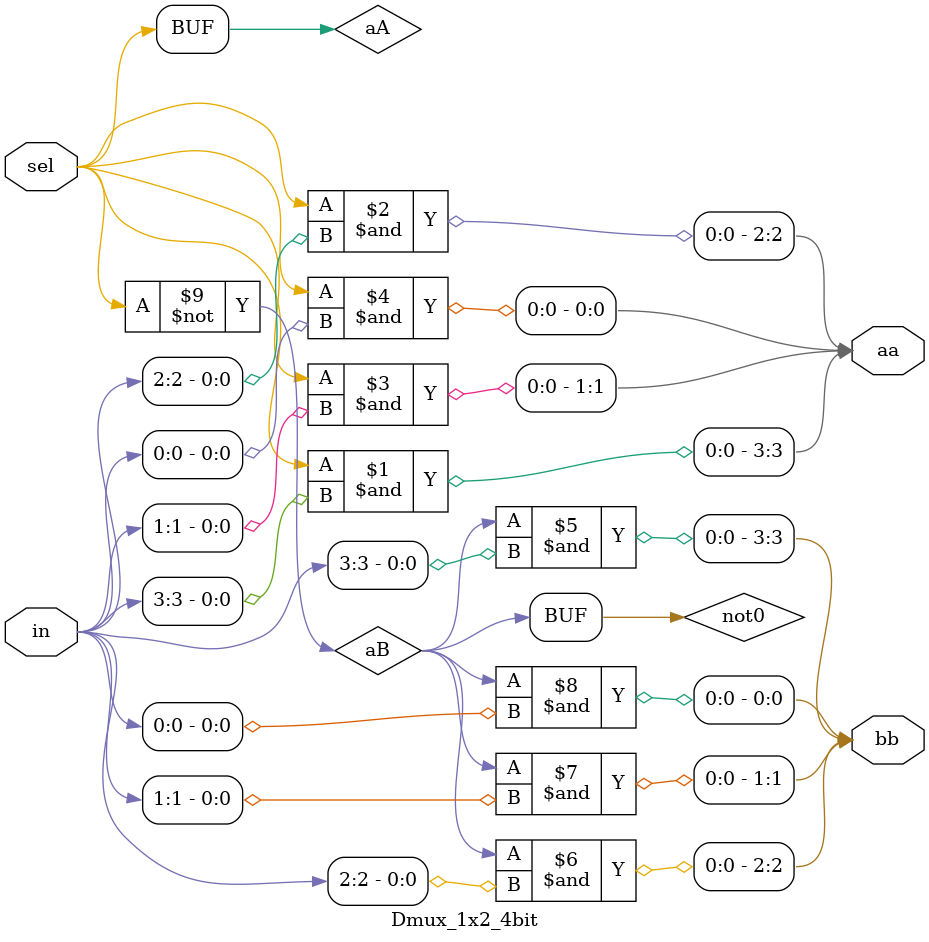
<source format=v>
`timescale 1ns/1ps

module Crossbar_2x2_4bit(in1, in2, control, out1, out2);
input [3:0] in1, in2;
input control;
output [3:0] out1, out2;
wire [3:0] mid1, mid2, mid3, mid4;
wire notcon;
not notc(notcon, control);
Dmux_1x2_4bit DMux1(in1, mid2, mid1, notcon);
Dmux_1x2_4bit DMux2(in2, mid4, mid3, control);
Mux_2x1_4bit Mux1(mid3, mid1, notcon, out1);
Mux_2x1_4bit Mux2(mid4, mid2, control, out2);
endmodule


module Mux_2x1_4bit(a, b, sel, f);
input [3:0] a, b;
input sel;
output [3:0] f;
wire notsel;
not not0(notsel, sel);
wire [3:0] A, B;
and and0(A[0], a[0], sel);
and and1(A[1], a[1], sel);
and and2(A[2], a[2], sel);
and and3(A[3], a[3], sel);
and and00(B[0], b[0], notsel);
and and01(B[1], b[1], notsel);
and and02(B[2], b[2], notsel);
and and03(B[3], b[3], notsel);

or or0(f[0], A[0], B[0]);
or or1(f[1], A[1], B[1]);
or or2(f[2], A[2], B[2]);
or or3(f[3], A[3], B[3]);
endmodule


module Dmux_1x2_4bit(in, aa, bb, sel);
input [3:0] in;
input sel;
output [3:0] aa, bb;
wire not0;
not n0(not0, sel);
wire aA, aB, aC, aD;
and andA(aA, sel);
and andB(aB, not0);
and a3(aa[3], aA, in[3]);
and a2(aa[2], aA, in[2]);
and a1(aa[1], aA, in[1]);
and a0(aa[0], aA, in[0]);
and b3(bb[3], aB, in[3]);
and b2(bb[2], aB, in[2]);
and b1(bb[1], aB, in[1]);
and b0(bb[0], aB, in[0]);

endmodule

</source>
